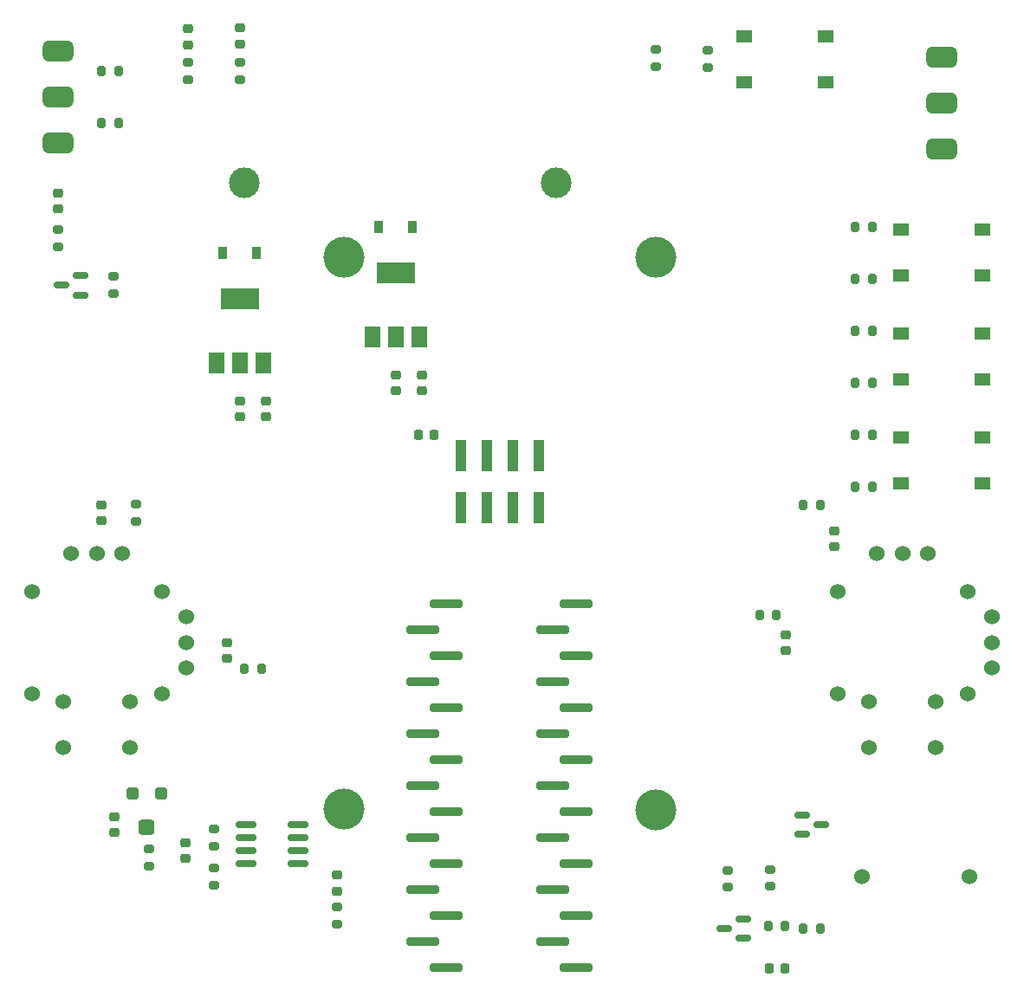
<source format=gbr>
%TF.GenerationSoftware,KiCad,Pcbnew,(6.0.2)*%
%TF.CreationDate,2022-03-26T13:40:34+00:00*%
%TF.ProjectId,controller,636f6e74-726f-46c6-9c65-722e6b696361,V1.2*%
%TF.SameCoordinates,Original*%
%TF.FileFunction,Soldermask,Top*%
%TF.FilePolarity,Negative*%
%FSLAX46Y46*%
G04 Gerber Fmt 4.6, Leading zero omitted, Abs format (unit mm)*
G04 Created by KiCad (PCBNEW (6.0.2)) date 2022-03-26 13:40:34*
%MOMM*%
%LPD*%
G01*
G04 APERTURE LIST*
G04 Aperture macros list*
%AMRoundRect*
0 Rectangle with rounded corners*
0 $1 Rounding radius*
0 $2 $3 $4 $5 $6 $7 $8 $9 X,Y pos of 4 corners*
0 Add a 4 corners polygon primitive as box body*
4,1,4,$2,$3,$4,$5,$6,$7,$8,$9,$2,$3,0*
0 Add four circle primitives for the rounded corners*
1,1,$1+$1,$2,$3*
1,1,$1+$1,$4,$5*
1,1,$1+$1,$6,$7*
1,1,$1+$1,$8,$9*
0 Add four rect primitives between the rounded corners*
20,1,$1+$1,$2,$3,$4,$5,0*
20,1,$1+$1,$4,$5,$6,$7,0*
20,1,$1+$1,$6,$7,$8,$9,0*
20,1,$1+$1,$8,$9,$2,$3,0*%
G04 Aperture macros list end*
%ADD10RoundRect,0.300000X0.300000X0.300000X-0.300000X0.300000X-0.300000X-0.300000X0.300000X-0.300000X0*%
%ADD11RoundRect,0.375000X0.425000X0.375000X-0.425000X0.375000X-0.425000X-0.375000X0.425000X-0.375000X0*%
%ADD12RoundRect,0.218750X0.256250X-0.218750X0.256250X0.218750X-0.256250X0.218750X-0.256250X-0.218750X0*%
%ADD13R,0.900000X1.200000*%
%ADD14RoundRect,0.225000X0.250000X-0.225000X0.250000X0.225000X-0.250000X0.225000X-0.250000X-0.225000X0*%
%ADD15RoundRect,0.225000X-0.250000X0.225000X-0.250000X-0.225000X0.250000X-0.225000X0.250000X0.225000X0*%
%ADD16R,1.550000X1.300000*%
%ADD17RoundRect,0.200000X-0.200000X-0.275000X0.200000X-0.275000X0.200000X0.275000X-0.200000X0.275000X0*%
%ADD18RoundRect,0.500000X-1.000000X0.500000X-1.000000X-0.500000X1.000000X-0.500000X1.000000X0.500000X0*%
%ADD19RoundRect,0.200000X0.275000X-0.200000X0.275000X0.200000X-0.275000X0.200000X-0.275000X-0.200000X0*%
%ADD20RoundRect,0.200000X-0.275000X0.200000X-0.275000X-0.200000X0.275000X-0.200000X0.275000X0.200000X0*%
%ADD21C,1.524000*%
%ADD22RoundRect,0.200000X1.400000X0.200000X-1.400000X0.200000X-1.400000X-0.200000X1.400000X-0.200000X0*%
%ADD23R,1.500000X2.000000*%
%ADD24R,3.800000X2.000000*%
%ADD25RoundRect,0.150000X0.587500X0.150000X-0.587500X0.150000X-0.587500X-0.150000X0.587500X-0.150000X0*%
%ADD26RoundRect,0.200000X0.200000X0.275000X-0.200000X0.275000X-0.200000X-0.275000X0.200000X-0.275000X0*%
%ADD27RoundRect,0.218750X-0.218750X-0.256250X0.218750X-0.256250X0.218750X0.256250X-0.218750X0.256250X0*%
%ADD28RoundRect,0.162500X-0.825000X-0.162500X0.825000X-0.162500X0.825000X0.162500X-0.825000X0.162500X0*%
%ADD29RoundRect,0.225000X-0.225000X-0.250000X0.225000X-0.250000X0.225000X0.250000X-0.225000X0.250000X0*%
%ADD30RoundRect,0.150000X-0.587500X-0.150000X0.587500X-0.150000X0.587500X0.150000X-0.587500X0.150000X0*%
%ADD31R,1.000000X3.150000*%
%ADD32RoundRect,0.500000X1.000000X-0.500000X1.000000X0.500000X-1.000000X0.500000X-1.000000X-0.500000X0*%
%ADD33C,3.000000*%
%ADD34C,4.000000*%
G04 APERTURE END LIST*
D10*
%TO.C,RV1*%
X121823906Y-129077391D03*
D11*
X120423906Y-132327391D03*
D10*
X119023906Y-129077391D03*
%TD*%
D12*
%TO.C,D3*%
X139065000Y-138582500D03*
X139065000Y-137007500D03*
%TD*%
D13*
%TO.C,D6*%
X131190000Y-76200000D03*
X127890000Y-76200000D03*
%TD*%
D14*
%TO.C,C4*%
X116007060Y-102375000D03*
X116007060Y-100825000D03*
%TD*%
D15*
%TO.C,C3*%
X128270000Y-114310517D03*
X128270000Y-115860517D03*
%TD*%
D16*
%TO.C,RESET1*%
X178853326Y-55011602D03*
X186803326Y-55011602D03*
X178853326Y-59511602D03*
X186803326Y-59511602D03*
%TD*%
D17*
%TO.C,R1*%
X181169637Y-142016000D03*
X182819637Y-142016000D03*
%TD*%
D15*
%TO.C,C1*%
X117311483Y-131334748D03*
X117311483Y-132884748D03*
%TD*%
D18*
%TO.C,PWR_SW1*%
X198120000Y-57040000D03*
X198120000Y-61540000D03*
X198120000Y-66040000D03*
%TD*%
D17*
%TO.C,R2*%
X129985000Y-116840000D03*
X131635000Y-116840000D03*
%TD*%
D19*
%TO.C,R17*%
X127000000Y-134175000D03*
X127000000Y-132525000D03*
%TD*%
D17*
%TO.C,R10*%
X184595000Y-142240000D03*
X186245000Y-142240000D03*
%TD*%
D19*
%TO.C,R9*%
X181378897Y-138135427D03*
X181378897Y-136485427D03*
%TD*%
D17*
%TO.C,R16*%
X189675000Y-78740000D03*
X191325000Y-78740000D03*
%TD*%
D20*
%TO.C,R3*%
X119380000Y-100775000D03*
X119380000Y-102425000D03*
%TD*%
D19*
%TO.C,R29*%
X129540000Y-59245000D03*
X129540000Y-57595000D03*
%TD*%
D21*
%TO.C,U1*%
X109245000Y-119300000D03*
X109245000Y-109300000D03*
X121895000Y-109300000D03*
X121895000Y-119300000D03*
X118820000Y-120050000D03*
X112320000Y-120050000D03*
X118820000Y-124550000D03*
X112320000Y-124550000D03*
X113070000Y-105570000D03*
X115570000Y-105570000D03*
X118070000Y-105570000D03*
X124300000Y-111800000D03*
X124300000Y-114300000D03*
X124300000Y-116800000D03*
%TD*%
D19*
%TO.C,R8*%
X120650000Y-136125000D03*
X120650000Y-134475000D03*
%TD*%
D22*
%TO.C,A1*%
X162440000Y-146050000D03*
X160140000Y-143510000D03*
X162440000Y-140970000D03*
X160140000Y-138430000D03*
X162440000Y-135890000D03*
X160140000Y-133350000D03*
X162440000Y-130810000D03*
X160140000Y-128270000D03*
X162440000Y-125730000D03*
X160140000Y-123190000D03*
X162440000Y-120650000D03*
X160140000Y-118110000D03*
X162440000Y-115570000D03*
X160140000Y-113030000D03*
X162440000Y-110490000D03*
X149740000Y-110490000D03*
X147440000Y-113030000D03*
X149740000Y-115570000D03*
X147440000Y-118110000D03*
X149740000Y-120650000D03*
X147440000Y-123190000D03*
X149740000Y-125730000D03*
X147440000Y-128270000D03*
X149740000Y-130810000D03*
X147440000Y-133350000D03*
X149740000Y-135890000D03*
X147440000Y-138430000D03*
X149740000Y-140970000D03*
X147440000Y-143510000D03*
X149740000Y-146050000D03*
%TD*%
D23*
%TO.C,U5*%
X127240000Y-86970000D03*
X129540000Y-86970000D03*
X131840000Y-86970000D03*
D24*
X129540000Y-80670000D03*
%TD*%
D15*
%TO.C,C2*%
X147320000Y-88125000D03*
X147320000Y-89675000D03*
%TD*%
D19*
%TO.C,R31*%
X111760384Y-75602671D03*
X111760384Y-73952671D03*
%TD*%
D25*
%TO.C,Q3*%
X113967500Y-80325000D03*
X113967500Y-78425000D03*
X112092500Y-79375000D03*
%TD*%
D23*
%TO.C,U3*%
X142480000Y-84430000D03*
X144780000Y-84430000D03*
X147080000Y-84430000D03*
D24*
X144780000Y-78130000D03*
%TD*%
D26*
%TO.C,R13*%
X191325000Y-83820000D03*
X189675000Y-83820000D03*
%TD*%
D17*
%TO.C,R15*%
X189675000Y-88900000D03*
X191325000Y-88900000D03*
%TD*%
%TO.C,R19*%
X116015000Y-58420000D03*
X117665000Y-58420000D03*
%TD*%
D20*
%TO.C,R6*%
X177223152Y-136542748D03*
X177223152Y-138192748D03*
%TD*%
D12*
%TO.C,D4*%
X124460000Y-55880000D03*
X124460000Y-54305000D03*
%TD*%
D21*
%TO.C,BZ1*%
X200830000Y-137138466D03*
X190330000Y-137138466D03*
%TD*%
D26*
%TO.C,R5*%
X186245000Y-100827383D03*
X184595000Y-100827383D03*
%TD*%
D20*
%TO.C,R30*%
X117172778Y-78526001D03*
X117172778Y-80176001D03*
%TD*%
D14*
%TO.C,C8*%
X129540000Y-92215000D03*
X129540000Y-90665000D03*
%TD*%
D12*
%TO.C,D7*%
X111760000Y-71907500D03*
X111760000Y-70332500D03*
%TD*%
D17*
%TO.C,R12*%
X189675000Y-99060000D03*
X191325000Y-99060000D03*
%TD*%
D20*
%TO.C,R24*%
X175260000Y-56410607D03*
X175260000Y-58060607D03*
%TD*%
D19*
%TO.C,R26*%
X170180000Y-58000869D03*
X170180000Y-56350869D03*
%TD*%
D15*
%TO.C,C7*%
X132080000Y-90665000D03*
X132080000Y-92215000D03*
%TD*%
D12*
%TO.C,D5*%
X129540000Y-55790000D03*
X129540000Y-54215000D03*
%TD*%
D27*
%TO.C,D1*%
X181267977Y-146148544D03*
X182842977Y-146148544D03*
%TD*%
D21*
%TO.C,U2*%
X200635000Y-119300000D03*
X200635000Y-109300000D03*
X187985000Y-119300000D03*
X187985000Y-109300000D03*
X197560000Y-120050000D03*
X191060000Y-120050000D03*
X197560000Y-124550000D03*
X191060000Y-124550000D03*
X191810000Y-105570000D03*
X194310000Y-105570000D03*
X196810000Y-105570000D03*
X203040000Y-111800000D03*
X203040000Y-114300000D03*
X203040000Y-116800000D03*
%TD*%
D28*
%TO.C,U4*%
X130177500Y-132080000D03*
X130177500Y-133350000D03*
X130177500Y-134620000D03*
X130177500Y-135890000D03*
X135252500Y-135890000D03*
X135252500Y-134620000D03*
X135252500Y-133350000D03*
X135252500Y-132080000D03*
%TD*%
D19*
%TO.C,R20*%
X139065000Y-141795000D03*
X139065000Y-140145000D03*
%TD*%
D26*
%TO.C,R14*%
X191325000Y-73660000D03*
X189675000Y-73660000D03*
%TD*%
D29*
%TO.C,C12*%
X146965137Y-94031974D03*
X148515137Y-94031974D03*
%TD*%
D30*
%TO.C,Q2*%
X184482500Y-131130000D03*
X184482500Y-133030000D03*
X186357500Y-132080000D03*
%TD*%
D19*
%TO.C,R18*%
X127000000Y-137985000D03*
X127000000Y-136335000D03*
%TD*%
D14*
%TO.C,C6*%
X187598277Y-104915000D03*
X187598277Y-103365000D03*
%TD*%
D17*
%TO.C,R21*%
X116015000Y-63500000D03*
X117665000Y-63500000D03*
%TD*%
D14*
%TO.C,C5*%
X182880000Y-115075000D03*
X182880000Y-113525000D03*
%TD*%
D25*
%TO.C,Q1*%
X178737500Y-143190000D03*
X178737500Y-141290000D03*
X176862500Y-142240000D03*
%TD*%
D16*
%TO.C,Btn_2*%
X202095000Y-84110000D03*
X194145000Y-84110000D03*
X202095000Y-88610000D03*
X194145000Y-88610000D03*
%TD*%
D26*
%TO.C,R11*%
X191325000Y-93980000D03*
X189675000Y-93980000D03*
%TD*%
D16*
%TO.C,Btn_3*%
X202095000Y-73950000D03*
X194145000Y-73950000D03*
X194145000Y-78450000D03*
X202095000Y-78450000D03*
%TD*%
D26*
%TO.C,R4*%
X181990000Y-111604567D03*
X180340000Y-111604567D03*
%TD*%
D14*
%TO.C,C13*%
X144780000Y-89675000D03*
X144780000Y-88125000D03*
%TD*%
D16*
%TO.C,Btn_1*%
X202095000Y-94270000D03*
X194145000Y-94270000D03*
X202095000Y-98770000D03*
X194145000Y-98770000D03*
%TD*%
D19*
%TO.C,R28*%
X124460000Y-59245000D03*
X124460000Y-57595000D03*
%TD*%
D31*
%TO.C,J1*%
X151130000Y-101080000D03*
X151130000Y-96030000D03*
X153670000Y-101080000D03*
X153670000Y-96030000D03*
X156210000Y-101080000D03*
X156210000Y-96030000D03*
X158750000Y-101080000D03*
X158750000Y-96030000D03*
%TD*%
D15*
%TO.C,C9*%
X124260000Y-133845000D03*
X124260000Y-135395000D03*
%TD*%
D13*
%TO.C,D2*%
X143130000Y-73660000D03*
X146430000Y-73660000D03*
%TD*%
D32*
%TO.C,SW1*%
X111760000Y-65460000D03*
X111760000Y-60960000D03*
X111760000Y-56460000D03*
%TD*%
D33*
%TO.C,BT1*%
X129950000Y-69350000D03*
D34*
X139700000Y-130600000D03*
X139700000Y-76600000D03*
%TD*%
%TO.C,BT2*%
X170180000Y-76635000D03*
X170180000Y-130635000D03*
D33*
X160430000Y-69385000D03*
%TD*%
M02*

</source>
